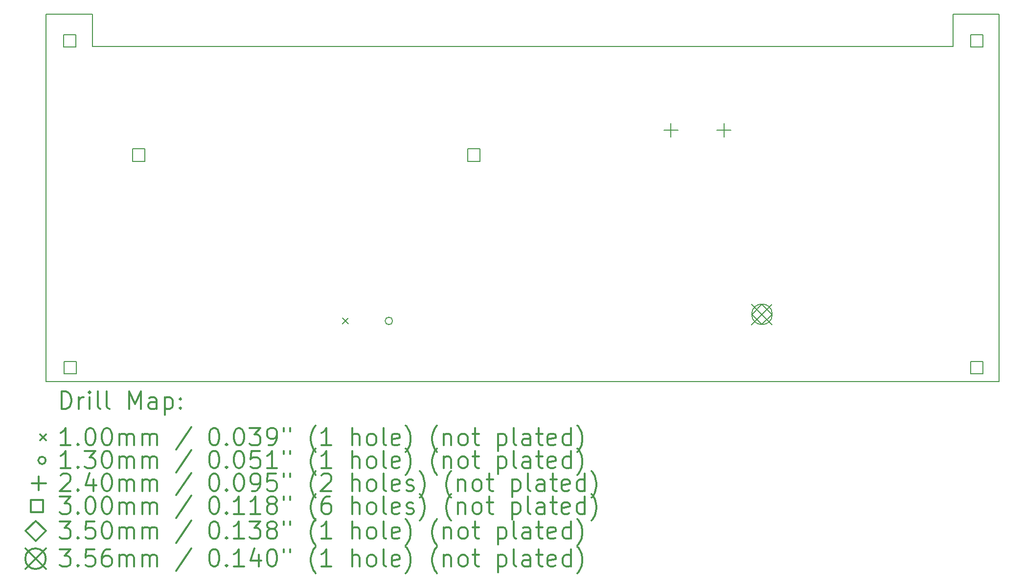
<source format=gbr>
%FSLAX45Y45*%
G04 Gerber Fmt 4.5, Leading zero omitted, Abs format (unit mm)*
G04 Created by KiCad (PCBNEW 4.0.6) date 04/10/18 12:10:36*
%MOMM*%
%LPD*%
G01*
G04 APERTURE LIST*
%ADD10C,0.127000*%
%ADD11C,0.150000*%
%ADD12C,0.200000*%
%ADD13C,0.300000*%
G04 APERTURE END LIST*
D10*
D11*
X6573600Y-9101600D02*
X23063600Y-9101600D01*
X6573600Y-9101600D02*
X7623600Y-9101600D01*
X22263600Y-2743200D02*
X23063600Y-2743200D01*
X22263600Y-2743200D02*
X22263600Y-3300000D01*
X23063600Y-2743200D02*
X23063600Y-9101600D01*
X7373600Y-3300000D02*
X7373600Y-2743200D01*
X6573600Y-2743200D02*
X7373600Y-2743200D01*
X6573600Y-2743200D02*
X6573600Y-9101600D01*
X7373600Y-3300000D02*
X22263600Y-3300000D01*
D12*
X11703100Y-8001800D02*
X11803100Y-8101800D01*
X11803100Y-8001800D02*
X11703100Y-8101800D01*
X12568100Y-8051800D02*
G75*
G03X12568100Y-8051800I-65000J0D01*
G01*
X17385284Y-4630205D02*
X17385284Y-4870235D01*
X17265269Y-4750220D02*
X17505299Y-4750220D01*
X18300446Y-4630205D02*
X18300446Y-4870235D01*
X18180431Y-4750220D02*
X18420461Y-4750220D01*
X7089667Y-3314267D02*
X7089667Y-3102133D01*
X6877533Y-3102133D01*
X6877533Y-3314267D01*
X7089667Y-3314267D01*
X7092167Y-8966767D02*
X7092167Y-8754633D01*
X6880033Y-8754633D01*
X6880033Y-8966767D01*
X7092167Y-8966767D01*
X8280467Y-5287667D02*
X8280467Y-5075533D01*
X8068333Y-5075533D01*
X8068333Y-5287667D01*
X8280467Y-5287667D01*
X14080467Y-5287667D02*
X14080467Y-5075533D01*
X13868333Y-5075533D01*
X13868333Y-5287667D01*
X14080467Y-5287667D01*
X22779667Y-3314267D02*
X22779667Y-3102133D01*
X22567533Y-3102133D01*
X22567533Y-3314267D01*
X22779667Y-3314267D01*
X22779667Y-8966767D02*
X22779667Y-8754633D01*
X22567533Y-8754633D01*
X22567533Y-8966767D01*
X22779667Y-8966767D01*
X18960000Y-8114000D02*
X19135000Y-7939000D01*
X18960000Y-7764000D01*
X18785000Y-7939000D01*
X18960000Y-8114000D01*
X18782200Y-7759700D02*
X19137800Y-8115300D01*
X19137800Y-7759700D02*
X18782200Y-8115300D01*
X19137800Y-7937500D02*
G75*
G03X19137800Y-7937500I-177800J0D01*
G01*
D13*
X6837528Y-9574814D02*
X6837528Y-9274814D01*
X6908957Y-9274814D01*
X6951814Y-9289100D01*
X6980386Y-9317672D01*
X6994671Y-9346243D01*
X7008957Y-9403386D01*
X7008957Y-9446243D01*
X6994671Y-9503386D01*
X6980386Y-9531957D01*
X6951814Y-9560529D01*
X6908957Y-9574814D01*
X6837528Y-9574814D01*
X7137528Y-9574814D02*
X7137528Y-9374814D01*
X7137528Y-9431957D02*
X7151814Y-9403386D01*
X7166100Y-9389100D01*
X7194671Y-9374814D01*
X7223243Y-9374814D01*
X7323243Y-9574814D02*
X7323243Y-9374814D01*
X7323243Y-9274814D02*
X7308957Y-9289100D01*
X7323243Y-9303386D01*
X7337528Y-9289100D01*
X7323243Y-9274814D01*
X7323243Y-9303386D01*
X7508957Y-9574814D02*
X7480386Y-9560529D01*
X7466100Y-9531957D01*
X7466100Y-9274814D01*
X7666100Y-9574814D02*
X7637528Y-9560529D01*
X7623243Y-9531957D01*
X7623243Y-9274814D01*
X8008957Y-9574814D02*
X8008957Y-9274814D01*
X8108957Y-9489100D01*
X8208957Y-9274814D01*
X8208957Y-9574814D01*
X8480386Y-9574814D02*
X8480386Y-9417672D01*
X8466100Y-9389100D01*
X8437529Y-9374814D01*
X8380386Y-9374814D01*
X8351814Y-9389100D01*
X8480386Y-9560529D02*
X8451814Y-9574814D01*
X8380386Y-9574814D01*
X8351814Y-9560529D01*
X8337528Y-9531957D01*
X8337528Y-9503386D01*
X8351814Y-9474814D01*
X8380386Y-9460529D01*
X8451814Y-9460529D01*
X8480386Y-9446243D01*
X8623243Y-9374814D02*
X8623243Y-9674814D01*
X8623243Y-9389100D02*
X8651814Y-9374814D01*
X8708957Y-9374814D01*
X8737529Y-9389100D01*
X8751814Y-9403386D01*
X8766100Y-9431957D01*
X8766100Y-9517672D01*
X8751814Y-9546243D01*
X8737529Y-9560529D01*
X8708957Y-9574814D01*
X8651814Y-9574814D01*
X8623243Y-9560529D01*
X8894671Y-9546243D02*
X8908957Y-9560529D01*
X8894671Y-9574814D01*
X8880386Y-9560529D01*
X8894671Y-9546243D01*
X8894671Y-9574814D01*
X8894671Y-9389100D02*
X8908957Y-9403386D01*
X8894671Y-9417672D01*
X8880386Y-9403386D01*
X8894671Y-9389100D01*
X8894671Y-9417672D01*
X6466100Y-10019100D02*
X6566100Y-10119100D01*
X6566100Y-10019100D02*
X6466100Y-10119100D01*
X6994671Y-10204814D02*
X6823243Y-10204814D01*
X6908957Y-10204814D02*
X6908957Y-9904814D01*
X6880386Y-9947672D01*
X6851814Y-9976243D01*
X6823243Y-9990529D01*
X7123243Y-10176243D02*
X7137528Y-10190529D01*
X7123243Y-10204814D01*
X7108957Y-10190529D01*
X7123243Y-10176243D01*
X7123243Y-10204814D01*
X7323243Y-9904814D02*
X7351814Y-9904814D01*
X7380386Y-9919100D01*
X7394671Y-9933386D01*
X7408957Y-9961957D01*
X7423243Y-10019100D01*
X7423243Y-10090529D01*
X7408957Y-10147672D01*
X7394671Y-10176243D01*
X7380386Y-10190529D01*
X7351814Y-10204814D01*
X7323243Y-10204814D01*
X7294671Y-10190529D01*
X7280386Y-10176243D01*
X7266100Y-10147672D01*
X7251814Y-10090529D01*
X7251814Y-10019100D01*
X7266100Y-9961957D01*
X7280386Y-9933386D01*
X7294671Y-9919100D01*
X7323243Y-9904814D01*
X7608957Y-9904814D02*
X7637528Y-9904814D01*
X7666100Y-9919100D01*
X7680386Y-9933386D01*
X7694671Y-9961957D01*
X7708957Y-10019100D01*
X7708957Y-10090529D01*
X7694671Y-10147672D01*
X7680386Y-10176243D01*
X7666100Y-10190529D01*
X7637528Y-10204814D01*
X7608957Y-10204814D01*
X7580386Y-10190529D01*
X7566100Y-10176243D01*
X7551814Y-10147672D01*
X7537528Y-10090529D01*
X7537528Y-10019100D01*
X7551814Y-9961957D01*
X7566100Y-9933386D01*
X7580386Y-9919100D01*
X7608957Y-9904814D01*
X7837528Y-10204814D02*
X7837528Y-10004814D01*
X7837528Y-10033386D02*
X7851814Y-10019100D01*
X7880386Y-10004814D01*
X7923243Y-10004814D01*
X7951814Y-10019100D01*
X7966100Y-10047672D01*
X7966100Y-10204814D01*
X7966100Y-10047672D02*
X7980386Y-10019100D01*
X8008957Y-10004814D01*
X8051814Y-10004814D01*
X8080386Y-10019100D01*
X8094671Y-10047672D01*
X8094671Y-10204814D01*
X8237528Y-10204814D02*
X8237528Y-10004814D01*
X8237528Y-10033386D02*
X8251814Y-10019100D01*
X8280386Y-10004814D01*
X8323243Y-10004814D01*
X8351814Y-10019100D01*
X8366100Y-10047672D01*
X8366100Y-10204814D01*
X8366100Y-10047672D02*
X8380386Y-10019100D01*
X8408957Y-10004814D01*
X8451814Y-10004814D01*
X8480386Y-10019100D01*
X8494671Y-10047672D01*
X8494671Y-10204814D01*
X9080386Y-9890529D02*
X8823243Y-10276243D01*
X9466100Y-9904814D02*
X9494671Y-9904814D01*
X9523243Y-9919100D01*
X9537528Y-9933386D01*
X9551814Y-9961957D01*
X9566100Y-10019100D01*
X9566100Y-10090529D01*
X9551814Y-10147672D01*
X9537528Y-10176243D01*
X9523243Y-10190529D01*
X9494671Y-10204814D01*
X9466100Y-10204814D01*
X9437528Y-10190529D01*
X9423243Y-10176243D01*
X9408957Y-10147672D01*
X9394671Y-10090529D01*
X9394671Y-10019100D01*
X9408957Y-9961957D01*
X9423243Y-9933386D01*
X9437528Y-9919100D01*
X9466100Y-9904814D01*
X9694671Y-10176243D02*
X9708957Y-10190529D01*
X9694671Y-10204814D01*
X9680386Y-10190529D01*
X9694671Y-10176243D01*
X9694671Y-10204814D01*
X9894671Y-9904814D02*
X9923243Y-9904814D01*
X9951814Y-9919100D01*
X9966100Y-9933386D01*
X9980386Y-9961957D01*
X9994671Y-10019100D01*
X9994671Y-10090529D01*
X9980386Y-10147672D01*
X9966100Y-10176243D01*
X9951814Y-10190529D01*
X9923243Y-10204814D01*
X9894671Y-10204814D01*
X9866100Y-10190529D01*
X9851814Y-10176243D01*
X9837528Y-10147672D01*
X9823243Y-10090529D01*
X9823243Y-10019100D01*
X9837528Y-9961957D01*
X9851814Y-9933386D01*
X9866100Y-9919100D01*
X9894671Y-9904814D01*
X10094671Y-9904814D02*
X10280386Y-9904814D01*
X10180386Y-10019100D01*
X10223243Y-10019100D01*
X10251814Y-10033386D01*
X10266100Y-10047672D01*
X10280386Y-10076243D01*
X10280386Y-10147672D01*
X10266100Y-10176243D01*
X10251814Y-10190529D01*
X10223243Y-10204814D01*
X10137528Y-10204814D01*
X10108957Y-10190529D01*
X10094671Y-10176243D01*
X10423243Y-10204814D02*
X10480386Y-10204814D01*
X10508957Y-10190529D01*
X10523243Y-10176243D01*
X10551814Y-10133386D01*
X10566100Y-10076243D01*
X10566100Y-9961957D01*
X10551814Y-9933386D01*
X10537528Y-9919100D01*
X10508957Y-9904814D01*
X10451814Y-9904814D01*
X10423243Y-9919100D01*
X10408957Y-9933386D01*
X10394671Y-9961957D01*
X10394671Y-10033386D01*
X10408957Y-10061957D01*
X10423243Y-10076243D01*
X10451814Y-10090529D01*
X10508957Y-10090529D01*
X10537528Y-10076243D01*
X10551814Y-10061957D01*
X10566100Y-10033386D01*
X10680386Y-9904814D02*
X10680386Y-9961957D01*
X10794671Y-9904814D02*
X10794671Y-9961957D01*
X11237528Y-10319100D02*
X11223243Y-10304814D01*
X11194671Y-10261957D01*
X11180386Y-10233386D01*
X11166100Y-10190529D01*
X11151814Y-10119100D01*
X11151814Y-10061957D01*
X11166100Y-9990529D01*
X11180386Y-9947672D01*
X11194671Y-9919100D01*
X11223243Y-9876243D01*
X11237528Y-9861957D01*
X11508957Y-10204814D02*
X11337528Y-10204814D01*
X11423243Y-10204814D02*
X11423243Y-9904814D01*
X11394671Y-9947672D01*
X11366100Y-9976243D01*
X11337528Y-9990529D01*
X11866100Y-10204814D02*
X11866100Y-9904814D01*
X11994671Y-10204814D02*
X11994671Y-10047672D01*
X11980385Y-10019100D01*
X11951814Y-10004814D01*
X11908957Y-10004814D01*
X11880385Y-10019100D01*
X11866100Y-10033386D01*
X12180385Y-10204814D02*
X12151814Y-10190529D01*
X12137528Y-10176243D01*
X12123243Y-10147672D01*
X12123243Y-10061957D01*
X12137528Y-10033386D01*
X12151814Y-10019100D01*
X12180385Y-10004814D01*
X12223243Y-10004814D01*
X12251814Y-10019100D01*
X12266100Y-10033386D01*
X12280385Y-10061957D01*
X12280385Y-10147672D01*
X12266100Y-10176243D01*
X12251814Y-10190529D01*
X12223243Y-10204814D01*
X12180385Y-10204814D01*
X12451814Y-10204814D02*
X12423243Y-10190529D01*
X12408957Y-10161957D01*
X12408957Y-9904814D01*
X12680386Y-10190529D02*
X12651814Y-10204814D01*
X12594671Y-10204814D01*
X12566100Y-10190529D01*
X12551814Y-10161957D01*
X12551814Y-10047672D01*
X12566100Y-10019100D01*
X12594671Y-10004814D01*
X12651814Y-10004814D01*
X12680386Y-10019100D01*
X12694671Y-10047672D01*
X12694671Y-10076243D01*
X12551814Y-10104814D01*
X12794671Y-10319100D02*
X12808957Y-10304814D01*
X12837528Y-10261957D01*
X12851814Y-10233386D01*
X12866100Y-10190529D01*
X12880386Y-10119100D01*
X12880386Y-10061957D01*
X12866100Y-9990529D01*
X12851814Y-9947672D01*
X12837528Y-9919100D01*
X12808957Y-9876243D01*
X12794671Y-9861957D01*
X13337528Y-10319100D02*
X13323243Y-10304814D01*
X13294671Y-10261957D01*
X13280386Y-10233386D01*
X13266100Y-10190529D01*
X13251814Y-10119100D01*
X13251814Y-10061957D01*
X13266100Y-9990529D01*
X13280386Y-9947672D01*
X13294671Y-9919100D01*
X13323243Y-9876243D01*
X13337528Y-9861957D01*
X13451814Y-10004814D02*
X13451814Y-10204814D01*
X13451814Y-10033386D02*
X13466100Y-10019100D01*
X13494671Y-10004814D01*
X13537528Y-10004814D01*
X13566100Y-10019100D01*
X13580386Y-10047672D01*
X13580386Y-10204814D01*
X13766100Y-10204814D02*
X13737528Y-10190529D01*
X13723243Y-10176243D01*
X13708957Y-10147672D01*
X13708957Y-10061957D01*
X13723243Y-10033386D01*
X13737528Y-10019100D01*
X13766100Y-10004814D01*
X13808957Y-10004814D01*
X13837528Y-10019100D01*
X13851814Y-10033386D01*
X13866100Y-10061957D01*
X13866100Y-10147672D01*
X13851814Y-10176243D01*
X13837528Y-10190529D01*
X13808957Y-10204814D01*
X13766100Y-10204814D01*
X13951814Y-10004814D02*
X14066100Y-10004814D01*
X13994671Y-9904814D02*
X13994671Y-10161957D01*
X14008957Y-10190529D01*
X14037528Y-10204814D01*
X14066100Y-10204814D01*
X14394671Y-10004814D02*
X14394671Y-10304814D01*
X14394671Y-10019100D02*
X14423243Y-10004814D01*
X14480386Y-10004814D01*
X14508957Y-10019100D01*
X14523243Y-10033386D01*
X14537528Y-10061957D01*
X14537528Y-10147672D01*
X14523243Y-10176243D01*
X14508957Y-10190529D01*
X14480386Y-10204814D01*
X14423243Y-10204814D01*
X14394671Y-10190529D01*
X14708957Y-10204814D02*
X14680386Y-10190529D01*
X14666100Y-10161957D01*
X14666100Y-9904814D01*
X14951814Y-10204814D02*
X14951814Y-10047672D01*
X14937529Y-10019100D01*
X14908957Y-10004814D01*
X14851814Y-10004814D01*
X14823243Y-10019100D01*
X14951814Y-10190529D02*
X14923243Y-10204814D01*
X14851814Y-10204814D01*
X14823243Y-10190529D01*
X14808957Y-10161957D01*
X14808957Y-10133386D01*
X14823243Y-10104814D01*
X14851814Y-10090529D01*
X14923243Y-10090529D01*
X14951814Y-10076243D01*
X15051814Y-10004814D02*
X15166100Y-10004814D01*
X15094671Y-9904814D02*
X15094671Y-10161957D01*
X15108957Y-10190529D01*
X15137529Y-10204814D01*
X15166100Y-10204814D01*
X15380386Y-10190529D02*
X15351814Y-10204814D01*
X15294671Y-10204814D01*
X15266100Y-10190529D01*
X15251814Y-10161957D01*
X15251814Y-10047672D01*
X15266100Y-10019100D01*
X15294671Y-10004814D01*
X15351814Y-10004814D01*
X15380386Y-10019100D01*
X15394671Y-10047672D01*
X15394671Y-10076243D01*
X15251814Y-10104814D01*
X15651814Y-10204814D02*
X15651814Y-9904814D01*
X15651814Y-10190529D02*
X15623243Y-10204814D01*
X15566100Y-10204814D01*
X15537529Y-10190529D01*
X15523243Y-10176243D01*
X15508957Y-10147672D01*
X15508957Y-10061957D01*
X15523243Y-10033386D01*
X15537529Y-10019100D01*
X15566100Y-10004814D01*
X15623243Y-10004814D01*
X15651814Y-10019100D01*
X15766100Y-10319100D02*
X15780386Y-10304814D01*
X15808957Y-10261957D01*
X15823243Y-10233386D01*
X15837529Y-10190529D01*
X15851814Y-10119100D01*
X15851814Y-10061957D01*
X15837529Y-9990529D01*
X15823243Y-9947672D01*
X15808957Y-9919100D01*
X15780386Y-9876243D01*
X15766100Y-9861957D01*
X6566100Y-10465100D02*
G75*
G03X6566100Y-10465100I-65000J0D01*
G01*
X6994671Y-10600814D02*
X6823243Y-10600814D01*
X6908957Y-10600814D02*
X6908957Y-10300814D01*
X6880386Y-10343672D01*
X6851814Y-10372243D01*
X6823243Y-10386529D01*
X7123243Y-10572243D02*
X7137528Y-10586529D01*
X7123243Y-10600814D01*
X7108957Y-10586529D01*
X7123243Y-10572243D01*
X7123243Y-10600814D01*
X7237528Y-10300814D02*
X7423243Y-10300814D01*
X7323243Y-10415100D01*
X7366100Y-10415100D01*
X7394671Y-10429386D01*
X7408957Y-10443672D01*
X7423243Y-10472243D01*
X7423243Y-10543672D01*
X7408957Y-10572243D01*
X7394671Y-10586529D01*
X7366100Y-10600814D01*
X7280386Y-10600814D01*
X7251814Y-10586529D01*
X7237528Y-10572243D01*
X7608957Y-10300814D02*
X7637528Y-10300814D01*
X7666100Y-10315100D01*
X7680386Y-10329386D01*
X7694671Y-10357957D01*
X7708957Y-10415100D01*
X7708957Y-10486529D01*
X7694671Y-10543672D01*
X7680386Y-10572243D01*
X7666100Y-10586529D01*
X7637528Y-10600814D01*
X7608957Y-10600814D01*
X7580386Y-10586529D01*
X7566100Y-10572243D01*
X7551814Y-10543672D01*
X7537528Y-10486529D01*
X7537528Y-10415100D01*
X7551814Y-10357957D01*
X7566100Y-10329386D01*
X7580386Y-10315100D01*
X7608957Y-10300814D01*
X7837528Y-10600814D02*
X7837528Y-10400814D01*
X7837528Y-10429386D02*
X7851814Y-10415100D01*
X7880386Y-10400814D01*
X7923243Y-10400814D01*
X7951814Y-10415100D01*
X7966100Y-10443672D01*
X7966100Y-10600814D01*
X7966100Y-10443672D02*
X7980386Y-10415100D01*
X8008957Y-10400814D01*
X8051814Y-10400814D01*
X8080386Y-10415100D01*
X8094671Y-10443672D01*
X8094671Y-10600814D01*
X8237528Y-10600814D02*
X8237528Y-10400814D01*
X8237528Y-10429386D02*
X8251814Y-10415100D01*
X8280386Y-10400814D01*
X8323243Y-10400814D01*
X8351814Y-10415100D01*
X8366100Y-10443672D01*
X8366100Y-10600814D01*
X8366100Y-10443672D02*
X8380386Y-10415100D01*
X8408957Y-10400814D01*
X8451814Y-10400814D01*
X8480386Y-10415100D01*
X8494671Y-10443672D01*
X8494671Y-10600814D01*
X9080386Y-10286529D02*
X8823243Y-10672243D01*
X9466100Y-10300814D02*
X9494671Y-10300814D01*
X9523243Y-10315100D01*
X9537528Y-10329386D01*
X9551814Y-10357957D01*
X9566100Y-10415100D01*
X9566100Y-10486529D01*
X9551814Y-10543672D01*
X9537528Y-10572243D01*
X9523243Y-10586529D01*
X9494671Y-10600814D01*
X9466100Y-10600814D01*
X9437528Y-10586529D01*
X9423243Y-10572243D01*
X9408957Y-10543672D01*
X9394671Y-10486529D01*
X9394671Y-10415100D01*
X9408957Y-10357957D01*
X9423243Y-10329386D01*
X9437528Y-10315100D01*
X9466100Y-10300814D01*
X9694671Y-10572243D02*
X9708957Y-10586529D01*
X9694671Y-10600814D01*
X9680386Y-10586529D01*
X9694671Y-10572243D01*
X9694671Y-10600814D01*
X9894671Y-10300814D02*
X9923243Y-10300814D01*
X9951814Y-10315100D01*
X9966100Y-10329386D01*
X9980386Y-10357957D01*
X9994671Y-10415100D01*
X9994671Y-10486529D01*
X9980386Y-10543672D01*
X9966100Y-10572243D01*
X9951814Y-10586529D01*
X9923243Y-10600814D01*
X9894671Y-10600814D01*
X9866100Y-10586529D01*
X9851814Y-10572243D01*
X9837528Y-10543672D01*
X9823243Y-10486529D01*
X9823243Y-10415100D01*
X9837528Y-10357957D01*
X9851814Y-10329386D01*
X9866100Y-10315100D01*
X9894671Y-10300814D01*
X10266100Y-10300814D02*
X10123243Y-10300814D01*
X10108957Y-10443672D01*
X10123243Y-10429386D01*
X10151814Y-10415100D01*
X10223243Y-10415100D01*
X10251814Y-10429386D01*
X10266100Y-10443672D01*
X10280386Y-10472243D01*
X10280386Y-10543672D01*
X10266100Y-10572243D01*
X10251814Y-10586529D01*
X10223243Y-10600814D01*
X10151814Y-10600814D01*
X10123243Y-10586529D01*
X10108957Y-10572243D01*
X10566100Y-10600814D02*
X10394671Y-10600814D01*
X10480386Y-10600814D02*
X10480386Y-10300814D01*
X10451814Y-10343672D01*
X10423243Y-10372243D01*
X10394671Y-10386529D01*
X10680386Y-10300814D02*
X10680386Y-10357957D01*
X10794671Y-10300814D02*
X10794671Y-10357957D01*
X11237528Y-10715100D02*
X11223243Y-10700814D01*
X11194671Y-10657957D01*
X11180386Y-10629386D01*
X11166100Y-10586529D01*
X11151814Y-10515100D01*
X11151814Y-10457957D01*
X11166100Y-10386529D01*
X11180386Y-10343672D01*
X11194671Y-10315100D01*
X11223243Y-10272243D01*
X11237528Y-10257957D01*
X11508957Y-10600814D02*
X11337528Y-10600814D01*
X11423243Y-10600814D02*
X11423243Y-10300814D01*
X11394671Y-10343672D01*
X11366100Y-10372243D01*
X11337528Y-10386529D01*
X11866100Y-10600814D02*
X11866100Y-10300814D01*
X11994671Y-10600814D02*
X11994671Y-10443672D01*
X11980385Y-10415100D01*
X11951814Y-10400814D01*
X11908957Y-10400814D01*
X11880385Y-10415100D01*
X11866100Y-10429386D01*
X12180385Y-10600814D02*
X12151814Y-10586529D01*
X12137528Y-10572243D01*
X12123243Y-10543672D01*
X12123243Y-10457957D01*
X12137528Y-10429386D01*
X12151814Y-10415100D01*
X12180385Y-10400814D01*
X12223243Y-10400814D01*
X12251814Y-10415100D01*
X12266100Y-10429386D01*
X12280385Y-10457957D01*
X12280385Y-10543672D01*
X12266100Y-10572243D01*
X12251814Y-10586529D01*
X12223243Y-10600814D01*
X12180385Y-10600814D01*
X12451814Y-10600814D02*
X12423243Y-10586529D01*
X12408957Y-10557957D01*
X12408957Y-10300814D01*
X12680386Y-10586529D02*
X12651814Y-10600814D01*
X12594671Y-10600814D01*
X12566100Y-10586529D01*
X12551814Y-10557957D01*
X12551814Y-10443672D01*
X12566100Y-10415100D01*
X12594671Y-10400814D01*
X12651814Y-10400814D01*
X12680386Y-10415100D01*
X12694671Y-10443672D01*
X12694671Y-10472243D01*
X12551814Y-10500814D01*
X12794671Y-10715100D02*
X12808957Y-10700814D01*
X12837528Y-10657957D01*
X12851814Y-10629386D01*
X12866100Y-10586529D01*
X12880386Y-10515100D01*
X12880386Y-10457957D01*
X12866100Y-10386529D01*
X12851814Y-10343672D01*
X12837528Y-10315100D01*
X12808957Y-10272243D01*
X12794671Y-10257957D01*
X13337528Y-10715100D02*
X13323243Y-10700814D01*
X13294671Y-10657957D01*
X13280386Y-10629386D01*
X13266100Y-10586529D01*
X13251814Y-10515100D01*
X13251814Y-10457957D01*
X13266100Y-10386529D01*
X13280386Y-10343672D01*
X13294671Y-10315100D01*
X13323243Y-10272243D01*
X13337528Y-10257957D01*
X13451814Y-10400814D02*
X13451814Y-10600814D01*
X13451814Y-10429386D02*
X13466100Y-10415100D01*
X13494671Y-10400814D01*
X13537528Y-10400814D01*
X13566100Y-10415100D01*
X13580386Y-10443672D01*
X13580386Y-10600814D01*
X13766100Y-10600814D02*
X13737528Y-10586529D01*
X13723243Y-10572243D01*
X13708957Y-10543672D01*
X13708957Y-10457957D01*
X13723243Y-10429386D01*
X13737528Y-10415100D01*
X13766100Y-10400814D01*
X13808957Y-10400814D01*
X13837528Y-10415100D01*
X13851814Y-10429386D01*
X13866100Y-10457957D01*
X13866100Y-10543672D01*
X13851814Y-10572243D01*
X13837528Y-10586529D01*
X13808957Y-10600814D01*
X13766100Y-10600814D01*
X13951814Y-10400814D02*
X14066100Y-10400814D01*
X13994671Y-10300814D02*
X13994671Y-10557957D01*
X14008957Y-10586529D01*
X14037528Y-10600814D01*
X14066100Y-10600814D01*
X14394671Y-10400814D02*
X14394671Y-10700814D01*
X14394671Y-10415100D02*
X14423243Y-10400814D01*
X14480386Y-10400814D01*
X14508957Y-10415100D01*
X14523243Y-10429386D01*
X14537528Y-10457957D01*
X14537528Y-10543672D01*
X14523243Y-10572243D01*
X14508957Y-10586529D01*
X14480386Y-10600814D01*
X14423243Y-10600814D01*
X14394671Y-10586529D01*
X14708957Y-10600814D02*
X14680386Y-10586529D01*
X14666100Y-10557957D01*
X14666100Y-10300814D01*
X14951814Y-10600814D02*
X14951814Y-10443672D01*
X14937529Y-10415100D01*
X14908957Y-10400814D01*
X14851814Y-10400814D01*
X14823243Y-10415100D01*
X14951814Y-10586529D02*
X14923243Y-10600814D01*
X14851814Y-10600814D01*
X14823243Y-10586529D01*
X14808957Y-10557957D01*
X14808957Y-10529386D01*
X14823243Y-10500814D01*
X14851814Y-10486529D01*
X14923243Y-10486529D01*
X14951814Y-10472243D01*
X15051814Y-10400814D02*
X15166100Y-10400814D01*
X15094671Y-10300814D02*
X15094671Y-10557957D01*
X15108957Y-10586529D01*
X15137529Y-10600814D01*
X15166100Y-10600814D01*
X15380386Y-10586529D02*
X15351814Y-10600814D01*
X15294671Y-10600814D01*
X15266100Y-10586529D01*
X15251814Y-10557957D01*
X15251814Y-10443672D01*
X15266100Y-10415100D01*
X15294671Y-10400814D01*
X15351814Y-10400814D01*
X15380386Y-10415100D01*
X15394671Y-10443672D01*
X15394671Y-10472243D01*
X15251814Y-10500814D01*
X15651814Y-10600814D02*
X15651814Y-10300814D01*
X15651814Y-10586529D02*
X15623243Y-10600814D01*
X15566100Y-10600814D01*
X15537529Y-10586529D01*
X15523243Y-10572243D01*
X15508957Y-10543672D01*
X15508957Y-10457957D01*
X15523243Y-10429386D01*
X15537529Y-10415100D01*
X15566100Y-10400814D01*
X15623243Y-10400814D01*
X15651814Y-10415100D01*
X15766100Y-10715100D02*
X15780386Y-10700814D01*
X15808957Y-10657957D01*
X15823243Y-10629386D01*
X15837529Y-10586529D01*
X15851814Y-10515100D01*
X15851814Y-10457957D01*
X15837529Y-10386529D01*
X15823243Y-10343672D01*
X15808957Y-10315100D01*
X15780386Y-10272243D01*
X15766100Y-10257957D01*
X6446085Y-10741085D02*
X6446085Y-10981115D01*
X6326070Y-10861100D02*
X6566100Y-10861100D01*
X6823243Y-10725386D02*
X6837528Y-10711100D01*
X6866100Y-10696814D01*
X6937528Y-10696814D01*
X6966100Y-10711100D01*
X6980386Y-10725386D01*
X6994671Y-10753957D01*
X6994671Y-10782529D01*
X6980386Y-10825386D01*
X6808957Y-10996814D01*
X6994671Y-10996814D01*
X7123243Y-10968243D02*
X7137528Y-10982529D01*
X7123243Y-10996814D01*
X7108957Y-10982529D01*
X7123243Y-10968243D01*
X7123243Y-10996814D01*
X7394671Y-10796814D02*
X7394671Y-10996814D01*
X7323243Y-10682529D02*
X7251814Y-10896814D01*
X7437528Y-10896814D01*
X7608957Y-10696814D02*
X7637528Y-10696814D01*
X7666100Y-10711100D01*
X7680386Y-10725386D01*
X7694671Y-10753957D01*
X7708957Y-10811100D01*
X7708957Y-10882529D01*
X7694671Y-10939672D01*
X7680386Y-10968243D01*
X7666100Y-10982529D01*
X7637528Y-10996814D01*
X7608957Y-10996814D01*
X7580386Y-10982529D01*
X7566100Y-10968243D01*
X7551814Y-10939672D01*
X7537528Y-10882529D01*
X7537528Y-10811100D01*
X7551814Y-10753957D01*
X7566100Y-10725386D01*
X7580386Y-10711100D01*
X7608957Y-10696814D01*
X7837528Y-10996814D02*
X7837528Y-10796814D01*
X7837528Y-10825386D02*
X7851814Y-10811100D01*
X7880386Y-10796814D01*
X7923243Y-10796814D01*
X7951814Y-10811100D01*
X7966100Y-10839672D01*
X7966100Y-10996814D01*
X7966100Y-10839672D02*
X7980386Y-10811100D01*
X8008957Y-10796814D01*
X8051814Y-10796814D01*
X8080386Y-10811100D01*
X8094671Y-10839672D01*
X8094671Y-10996814D01*
X8237528Y-10996814D02*
X8237528Y-10796814D01*
X8237528Y-10825386D02*
X8251814Y-10811100D01*
X8280386Y-10796814D01*
X8323243Y-10796814D01*
X8351814Y-10811100D01*
X8366100Y-10839672D01*
X8366100Y-10996814D01*
X8366100Y-10839672D02*
X8380386Y-10811100D01*
X8408957Y-10796814D01*
X8451814Y-10796814D01*
X8480386Y-10811100D01*
X8494671Y-10839672D01*
X8494671Y-10996814D01*
X9080386Y-10682529D02*
X8823243Y-11068243D01*
X9466100Y-10696814D02*
X9494671Y-10696814D01*
X9523243Y-10711100D01*
X9537528Y-10725386D01*
X9551814Y-10753957D01*
X9566100Y-10811100D01*
X9566100Y-10882529D01*
X9551814Y-10939672D01*
X9537528Y-10968243D01*
X9523243Y-10982529D01*
X9494671Y-10996814D01*
X9466100Y-10996814D01*
X9437528Y-10982529D01*
X9423243Y-10968243D01*
X9408957Y-10939672D01*
X9394671Y-10882529D01*
X9394671Y-10811100D01*
X9408957Y-10753957D01*
X9423243Y-10725386D01*
X9437528Y-10711100D01*
X9466100Y-10696814D01*
X9694671Y-10968243D02*
X9708957Y-10982529D01*
X9694671Y-10996814D01*
X9680386Y-10982529D01*
X9694671Y-10968243D01*
X9694671Y-10996814D01*
X9894671Y-10696814D02*
X9923243Y-10696814D01*
X9951814Y-10711100D01*
X9966100Y-10725386D01*
X9980386Y-10753957D01*
X9994671Y-10811100D01*
X9994671Y-10882529D01*
X9980386Y-10939672D01*
X9966100Y-10968243D01*
X9951814Y-10982529D01*
X9923243Y-10996814D01*
X9894671Y-10996814D01*
X9866100Y-10982529D01*
X9851814Y-10968243D01*
X9837528Y-10939672D01*
X9823243Y-10882529D01*
X9823243Y-10811100D01*
X9837528Y-10753957D01*
X9851814Y-10725386D01*
X9866100Y-10711100D01*
X9894671Y-10696814D01*
X10137528Y-10996814D02*
X10194671Y-10996814D01*
X10223243Y-10982529D01*
X10237528Y-10968243D01*
X10266100Y-10925386D01*
X10280386Y-10868243D01*
X10280386Y-10753957D01*
X10266100Y-10725386D01*
X10251814Y-10711100D01*
X10223243Y-10696814D01*
X10166100Y-10696814D01*
X10137528Y-10711100D01*
X10123243Y-10725386D01*
X10108957Y-10753957D01*
X10108957Y-10825386D01*
X10123243Y-10853957D01*
X10137528Y-10868243D01*
X10166100Y-10882529D01*
X10223243Y-10882529D01*
X10251814Y-10868243D01*
X10266100Y-10853957D01*
X10280386Y-10825386D01*
X10551814Y-10696814D02*
X10408957Y-10696814D01*
X10394671Y-10839672D01*
X10408957Y-10825386D01*
X10437528Y-10811100D01*
X10508957Y-10811100D01*
X10537528Y-10825386D01*
X10551814Y-10839672D01*
X10566100Y-10868243D01*
X10566100Y-10939672D01*
X10551814Y-10968243D01*
X10537528Y-10982529D01*
X10508957Y-10996814D01*
X10437528Y-10996814D01*
X10408957Y-10982529D01*
X10394671Y-10968243D01*
X10680386Y-10696814D02*
X10680386Y-10753957D01*
X10794671Y-10696814D02*
X10794671Y-10753957D01*
X11237528Y-11111100D02*
X11223243Y-11096814D01*
X11194671Y-11053957D01*
X11180386Y-11025386D01*
X11166100Y-10982529D01*
X11151814Y-10911100D01*
X11151814Y-10853957D01*
X11166100Y-10782529D01*
X11180386Y-10739672D01*
X11194671Y-10711100D01*
X11223243Y-10668243D01*
X11237528Y-10653957D01*
X11337528Y-10725386D02*
X11351814Y-10711100D01*
X11380385Y-10696814D01*
X11451814Y-10696814D01*
X11480385Y-10711100D01*
X11494671Y-10725386D01*
X11508957Y-10753957D01*
X11508957Y-10782529D01*
X11494671Y-10825386D01*
X11323243Y-10996814D01*
X11508957Y-10996814D01*
X11866100Y-10996814D02*
X11866100Y-10696814D01*
X11994671Y-10996814D02*
X11994671Y-10839672D01*
X11980385Y-10811100D01*
X11951814Y-10796814D01*
X11908957Y-10796814D01*
X11880385Y-10811100D01*
X11866100Y-10825386D01*
X12180385Y-10996814D02*
X12151814Y-10982529D01*
X12137528Y-10968243D01*
X12123243Y-10939672D01*
X12123243Y-10853957D01*
X12137528Y-10825386D01*
X12151814Y-10811100D01*
X12180385Y-10796814D01*
X12223243Y-10796814D01*
X12251814Y-10811100D01*
X12266100Y-10825386D01*
X12280385Y-10853957D01*
X12280385Y-10939672D01*
X12266100Y-10968243D01*
X12251814Y-10982529D01*
X12223243Y-10996814D01*
X12180385Y-10996814D01*
X12451814Y-10996814D02*
X12423243Y-10982529D01*
X12408957Y-10953957D01*
X12408957Y-10696814D01*
X12680386Y-10982529D02*
X12651814Y-10996814D01*
X12594671Y-10996814D01*
X12566100Y-10982529D01*
X12551814Y-10953957D01*
X12551814Y-10839672D01*
X12566100Y-10811100D01*
X12594671Y-10796814D01*
X12651814Y-10796814D01*
X12680386Y-10811100D01*
X12694671Y-10839672D01*
X12694671Y-10868243D01*
X12551814Y-10896814D01*
X12808957Y-10982529D02*
X12837528Y-10996814D01*
X12894671Y-10996814D01*
X12923243Y-10982529D01*
X12937528Y-10953957D01*
X12937528Y-10939672D01*
X12923243Y-10911100D01*
X12894671Y-10896814D01*
X12851814Y-10896814D01*
X12823243Y-10882529D01*
X12808957Y-10853957D01*
X12808957Y-10839672D01*
X12823243Y-10811100D01*
X12851814Y-10796814D01*
X12894671Y-10796814D01*
X12923243Y-10811100D01*
X13037528Y-11111100D02*
X13051814Y-11096814D01*
X13080386Y-11053957D01*
X13094671Y-11025386D01*
X13108957Y-10982529D01*
X13123243Y-10911100D01*
X13123243Y-10853957D01*
X13108957Y-10782529D01*
X13094671Y-10739672D01*
X13080386Y-10711100D01*
X13051814Y-10668243D01*
X13037528Y-10653957D01*
X13580386Y-11111100D02*
X13566100Y-11096814D01*
X13537528Y-11053957D01*
X13523243Y-11025386D01*
X13508957Y-10982529D01*
X13494671Y-10911100D01*
X13494671Y-10853957D01*
X13508957Y-10782529D01*
X13523243Y-10739672D01*
X13537528Y-10711100D01*
X13566100Y-10668243D01*
X13580386Y-10653957D01*
X13694671Y-10796814D02*
X13694671Y-10996814D01*
X13694671Y-10825386D02*
X13708957Y-10811100D01*
X13737528Y-10796814D01*
X13780386Y-10796814D01*
X13808957Y-10811100D01*
X13823243Y-10839672D01*
X13823243Y-10996814D01*
X14008957Y-10996814D02*
X13980386Y-10982529D01*
X13966100Y-10968243D01*
X13951814Y-10939672D01*
X13951814Y-10853957D01*
X13966100Y-10825386D01*
X13980386Y-10811100D01*
X14008957Y-10796814D01*
X14051814Y-10796814D01*
X14080386Y-10811100D01*
X14094671Y-10825386D01*
X14108957Y-10853957D01*
X14108957Y-10939672D01*
X14094671Y-10968243D01*
X14080386Y-10982529D01*
X14051814Y-10996814D01*
X14008957Y-10996814D01*
X14194671Y-10796814D02*
X14308957Y-10796814D01*
X14237528Y-10696814D02*
X14237528Y-10953957D01*
X14251814Y-10982529D01*
X14280386Y-10996814D01*
X14308957Y-10996814D01*
X14637528Y-10796814D02*
X14637528Y-11096814D01*
X14637528Y-10811100D02*
X14666100Y-10796814D01*
X14723243Y-10796814D01*
X14751814Y-10811100D01*
X14766100Y-10825386D01*
X14780386Y-10853957D01*
X14780386Y-10939672D01*
X14766100Y-10968243D01*
X14751814Y-10982529D01*
X14723243Y-10996814D01*
X14666100Y-10996814D01*
X14637528Y-10982529D01*
X14951814Y-10996814D02*
X14923243Y-10982529D01*
X14908957Y-10953957D01*
X14908957Y-10696814D01*
X15194671Y-10996814D02*
X15194671Y-10839672D01*
X15180386Y-10811100D01*
X15151814Y-10796814D01*
X15094671Y-10796814D01*
X15066100Y-10811100D01*
X15194671Y-10982529D02*
X15166100Y-10996814D01*
X15094671Y-10996814D01*
X15066100Y-10982529D01*
X15051814Y-10953957D01*
X15051814Y-10925386D01*
X15066100Y-10896814D01*
X15094671Y-10882529D01*
X15166100Y-10882529D01*
X15194671Y-10868243D01*
X15294671Y-10796814D02*
X15408957Y-10796814D01*
X15337529Y-10696814D02*
X15337529Y-10953957D01*
X15351814Y-10982529D01*
X15380386Y-10996814D01*
X15408957Y-10996814D01*
X15623243Y-10982529D02*
X15594671Y-10996814D01*
X15537529Y-10996814D01*
X15508957Y-10982529D01*
X15494671Y-10953957D01*
X15494671Y-10839672D01*
X15508957Y-10811100D01*
X15537529Y-10796814D01*
X15594671Y-10796814D01*
X15623243Y-10811100D01*
X15637529Y-10839672D01*
X15637529Y-10868243D01*
X15494671Y-10896814D01*
X15894671Y-10996814D02*
X15894671Y-10696814D01*
X15894671Y-10982529D02*
X15866100Y-10996814D01*
X15808957Y-10996814D01*
X15780386Y-10982529D01*
X15766100Y-10968243D01*
X15751814Y-10939672D01*
X15751814Y-10853957D01*
X15766100Y-10825386D01*
X15780386Y-10811100D01*
X15808957Y-10796814D01*
X15866100Y-10796814D01*
X15894671Y-10811100D01*
X16008957Y-11111100D02*
X16023243Y-11096814D01*
X16051814Y-11053957D01*
X16066100Y-11025386D01*
X16080386Y-10982529D01*
X16094671Y-10911100D01*
X16094671Y-10853957D01*
X16080386Y-10782529D01*
X16066100Y-10739672D01*
X16051814Y-10711100D01*
X16023243Y-10668243D01*
X16008957Y-10653957D01*
X6522167Y-11363167D02*
X6522167Y-11151033D01*
X6310033Y-11151033D01*
X6310033Y-11363167D01*
X6522167Y-11363167D01*
X6808957Y-11092814D02*
X6994671Y-11092814D01*
X6894671Y-11207100D01*
X6937528Y-11207100D01*
X6966100Y-11221386D01*
X6980386Y-11235671D01*
X6994671Y-11264243D01*
X6994671Y-11335671D01*
X6980386Y-11364243D01*
X6966100Y-11378529D01*
X6937528Y-11392814D01*
X6851814Y-11392814D01*
X6823243Y-11378529D01*
X6808957Y-11364243D01*
X7123243Y-11364243D02*
X7137528Y-11378529D01*
X7123243Y-11392814D01*
X7108957Y-11378529D01*
X7123243Y-11364243D01*
X7123243Y-11392814D01*
X7323243Y-11092814D02*
X7351814Y-11092814D01*
X7380386Y-11107100D01*
X7394671Y-11121386D01*
X7408957Y-11149957D01*
X7423243Y-11207100D01*
X7423243Y-11278529D01*
X7408957Y-11335671D01*
X7394671Y-11364243D01*
X7380386Y-11378529D01*
X7351814Y-11392814D01*
X7323243Y-11392814D01*
X7294671Y-11378529D01*
X7280386Y-11364243D01*
X7266100Y-11335671D01*
X7251814Y-11278529D01*
X7251814Y-11207100D01*
X7266100Y-11149957D01*
X7280386Y-11121386D01*
X7294671Y-11107100D01*
X7323243Y-11092814D01*
X7608957Y-11092814D02*
X7637528Y-11092814D01*
X7666100Y-11107100D01*
X7680386Y-11121386D01*
X7694671Y-11149957D01*
X7708957Y-11207100D01*
X7708957Y-11278529D01*
X7694671Y-11335671D01*
X7680386Y-11364243D01*
X7666100Y-11378529D01*
X7637528Y-11392814D01*
X7608957Y-11392814D01*
X7580386Y-11378529D01*
X7566100Y-11364243D01*
X7551814Y-11335671D01*
X7537528Y-11278529D01*
X7537528Y-11207100D01*
X7551814Y-11149957D01*
X7566100Y-11121386D01*
X7580386Y-11107100D01*
X7608957Y-11092814D01*
X7837528Y-11392814D02*
X7837528Y-11192814D01*
X7837528Y-11221386D02*
X7851814Y-11207100D01*
X7880386Y-11192814D01*
X7923243Y-11192814D01*
X7951814Y-11207100D01*
X7966100Y-11235671D01*
X7966100Y-11392814D01*
X7966100Y-11235671D02*
X7980386Y-11207100D01*
X8008957Y-11192814D01*
X8051814Y-11192814D01*
X8080386Y-11207100D01*
X8094671Y-11235671D01*
X8094671Y-11392814D01*
X8237528Y-11392814D02*
X8237528Y-11192814D01*
X8237528Y-11221386D02*
X8251814Y-11207100D01*
X8280386Y-11192814D01*
X8323243Y-11192814D01*
X8351814Y-11207100D01*
X8366100Y-11235671D01*
X8366100Y-11392814D01*
X8366100Y-11235671D02*
X8380386Y-11207100D01*
X8408957Y-11192814D01*
X8451814Y-11192814D01*
X8480386Y-11207100D01*
X8494671Y-11235671D01*
X8494671Y-11392814D01*
X9080386Y-11078529D02*
X8823243Y-11464243D01*
X9466100Y-11092814D02*
X9494671Y-11092814D01*
X9523243Y-11107100D01*
X9537528Y-11121386D01*
X9551814Y-11149957D01*
X9566100Y-11207100D01*
X9566100Y-11278529D01*
X9551814Y-11335671D01*
X9537528Y-11364243D01*
X9523243Y-11378529D01*
X9494671Y-11392814D01*
X9466100Y-11392814D01*
X9437528Y-11378529D01*
X9423243Y-11364243D01*
X9408957Y-11335671D01*
X9394671Y-11278529D01*
X9394671Y-11207100D01*
X9408957Y-11149957D01*
X9423243Y-11121386D01*
X9437528Y-11107100D01*
X9466100Y-11092814D01*
X9694671Y-11364243D02*
X9708957Y-11378529D01*
X9694671Y-11392814D01*
X9680386Y-11378529D01*
X9694671Y-11364243D01*
X9694671Y-11392814D01*
X9994671Y-11392814D02*
X9823243Y-11392814D01*
X9908957Y-11392814D02*
X9908957Y-11092814D01*
X9880386Y-11135672D01*
X9851814Y-11164243D01*
X9823243Y-11178529D01*
X10280386Y-11392814D02*
X10108957Y-11392814D01*
X10194671Y-11392814D02*
X10194671Y-11092814D01*
X10166100Y-11135672D01*
X10137528Y-11164243D01*
X10108957Y-11178529D01*
X10451814Y-11221386D02*
X10423243Y-11207100D01*
X10408957Y-11192814D01*
X10394671Y-11164243D01*
X10394671Y-11149957D01*
X10408957Y-11121386D01*
X10423243Y-11107100D01*
X10451814Y-11092814D01*
X10508957Y-11092814D01*
X10537528Y-11107100D01*
X10551814Y-11121386D01*
X10566100Y-11149957D01*
X10566100Y-11164243D01*
X10551814Y-11192814D01*
X10537528Y-11207100D01*
X10508957Y-11221386D01*
X10451814Y-11221386D01*
X10423243Y-11235671D01*
X10408957Y-11249957D01*
X10394671Y-11278529D01*
X10394671Y-11335671D01*
X10408957Y-11364243D01*
X10423243Y-11378529D01*
X10451814Y-11392814D01*
X10508957Y-11392814D01*
X10537528Y-11378529D01*
X10551814Y-11364243D01*
X10566100Y-11335671D01*
X10566100Y-11278529D01*
X10551814Y-11249957D01*
X10537528Y-11235671D01*
X10508957Y-11221386D01*
X10680386Y-11092814D02*
X10680386Y-11149957D01*
X10794671Y-11092814D02*
X10794671Y-11149957D01*
X11237528Y-11507100D02*
X11223243Y-11492814D01*
X11194671Y-11449957D01*
X11180386Y-11421386D01*
X11166100Y-11378529D01*
X11151814Y-11307100D01*
X11151814Y-11249957D01*
X11166100Y-11178529D01*
X11180386Y-11135672D01*
X11194671Y-11107100D01*
X11223243Y-11064243D01*
X11237528Y-11049957D01*
X11480385Y-11092814D02*
X11423243Y-11092814D01*
X11394671Y-11107100D01*
X11380385Y-11121386D01*
X11351814Y-11164243D01*
X11337528Y-11221386D01*
X11337528Y-11335671D01*
X11351814Y-11364243D01*
X11366100Y-11378529D01*
X11394671Y-11392814D01*
X11451814Y-11392814D01*
X11480385Y-11378529D01*
X11494671Y-11364243D01*
X11508957Y-11335671D01*
X11508957Y-11264243D01*
X11494671Y-11235671D01*
X11480385Y-11221386D01*
X11451814Y-11207100D01*
X11394671Y-11207100D01*
X11366100Y-11221386D01*
X11351814Y-11235671D01*
X11337528Y-11264243D01*
X11866100Y-11392814D02*
X11866100Y-11092814D01*
X11994671Y-11392814D02*
X11994671Y-11235671D01*
X11980385Y-11207100D01*
X11951814Y-11192814D01*
X11908957Y-11192814D01*
X11880385Y-11207100D01*
X11866100Y-11221386D01*
X12180385Y-11392814D02*
X12151814Y-11378529D01*
X12137528Y-11364243D01*
X12123243Y-11335671D01*
X12123243Y-11249957D01*
X12137528Y-11221386D01*
X12151814Y-11207100D01*
X12180385Y-11192814D01*
X12223243Y-11192814D01*
X12251814Y-11207100D01*
X12266100Y-11221386D01*
X12280385Y-11249957D01*
X12280385Y-11335671D01*
X12266100Y-11364243D01*
X12251814Y-11378529D01*
X12223243Y-11392814D01*
X12180385Y-11392814D01*
X12451814Y-11392814D02*
X12423243Y-11378529D01*
X12408957Y-11349957D01*
X12408957Y-11092814D01*
X12680386Y-11378529D02*
X12651814Y-11392814D01*
X12594671Y-11392814D01*
X12566100Y-11378529D01*
X12551814Y-11349957D01*
X12551814Y-11235671D01*
X12566100Y-11207100D01*
X12594671Y-11192814D01*
X12651814Y-11192814D01*
X12680386Y-11207100D01*
X12694671Y-11235671D01*
X12694671Y-11264243D01*
X12551814Y-11292814D01*
X12808957Y-11378529D02*
X12837528Y-11392814D01*
X12894671Y-11392814D01*
X12923243Y-11378529D01*
X12937528Y-11349957D01*
X12937528Y-11335671D01*
X12923243Y-11307100D01*
X12894671Y-11292814D01*
X12851814Y-11292814D01*
X12823243Y-11278529D01*
X12808957Y-11249957D01*
X12808957Y-11235671D01*
X12823243Y-11207100D01*
X12851814Y-11192814D01*
X12894671Y-11192814D01*
X12923243Y-11207100D01*
X13037528Y-11507100D02*
X13051814Y-11492814D01*
X13080386Y-11449957D01*
X13094671Y-11421386D01*
X13108957Y-11378529D01*
X13123243Y-11307100D01*
X13123243Y-11249957D01*
X13108957Y-11178529D01*
X13094671Y-11135672D01*
X13080386Y-11107100D01*
X13051814Y-11064243D01*
X13037528Y-11049957D01*
X13580386Y-11507100D02*
X13566100Y-11492814D01*
X13537528Y-11449957D01*
X13523243Y-11421386D01*
X13508957Y-11378529D01*
X13494671Y-11307100D01*
X13494671Y-11249957D01*
X13508957Y-11178529D01*
X13523243Y-11135672D01*
X13537528Y-11107100D01*
X13566100Y-11064243D01*
X13580386Y-11049957D01*
X13694671Y-11192814D02*
X13694671Y-11392814D01*
X13694671Y-11221386D02*
X13708957Y-11207100D01*
X13737528Y-11192814D01*
X13780386Y-11192814D01*
X13808957Y-11207100D01*
X13823243Y-11235671D01*
X13823243Y-11392814D01*
X14008957Y-11392814D02*
X13980386Y-11378529D01*
X13966100Y-11364243D01*
X13951814Y-11335671D01*
X13951814Y-11249957D01*
X13966100Y-11221386D01*
X13980386Y-11207100D01*
X14008957Y-11192814D01*
X14051814Y-11192814D01*
X14080386Y-11207100D01*
X14094671Y-11221386D01*
X14108957Y-11249957D01*
X14108957Y-11335671D01*
X14094671Y-11364243D01*
X14080386Y-11378529D01*
X14051814Y-11392814D01*
X14008957Y-11392814D01*
X14194671Y-11192814D02*
X14308957Y-11192814D01*
X14237528Y-11092814D02*
X14237528Y-11349957D01*
X14251814Y-11378529D01*
X14280386Y-11392814D01*
X14308957Y-11392814D01*
X14637528Y-11192814D02*
X14637528Y-11492814D01*
X14637528Y-11207100D02*
X14666100Y-11192814D01*
X14723243Y-11192814D01*
X14751814Y-11207100D01*
X14766100Y-11221386D01*
X14780386Y-11249957D01*
X14780386Y-11335671D01*
X14766100Y-11364243D01*
X14751814Y-11378529D01*
X14723243Y-11392814D01*
X14666100Y-11392814D01*
X14637528Y-11378529D01*
X14951814Y-11392814D02*
X14923243Y-11378529D01*
X14908957Y-11349957D01*
X14908957Y-11092814D01*
X15194671Y-11392814D02*
X15194671Y-11235671D01*
X15180386Y-11207100D01*
X15151814Y-11192814D01*
X15094671Y-11192814D01*
X15066100Y-11207100D01*
X15194671Y-11378529D02*
X15166100Y-11392814D01*
X15094671Y-11392814D01*
X15066100Y-11378529D01*
X15051814Y-11349957D01*
X15051814Y-11321386D01*
X15066100Y-11292814D01*
X15094671Y-11278529D01*
X15166100Y-11278529D01*
X15194671Y-11264243D01*
X15294671Y-11192814D02*
X15408957Y-11192814D01*
X15337529Y-11092814D02*
X15337529Y-11349957D01*
X15351814Y-11378529D01*
X15380386Y-11392814D01*
X15408957Y-11392814D01*
X15623243Y-11378529D02*
X15594671Y-11392814D01*
X15537529Y-11392814D01*
X15508957Y-11378529D01*
X15494671Y-11349957D01*
X15494671Y-11235671D01*
X15508957Y-11207100D01*
X15537529Y-11192814D01*
X15594671Y-11192814D01*
X15623243Y-11207100D01*
X15637529Y-11235671D01*
X15637529Y-11264243D01*
X15494671Y-11292814D01*
X15894671Y-11392814D02*
X15894671Y-11092814D01*
X15894671Y-11378529D02*
X15866100Y-11392814D01*
X15808957Y-11392814D01*
X15780386Y-11378529D01*
X15766100Y-11364243D01*
X15751814Y-11335671D01*
X15751814Y-11249957D01*
X15766100Y-11221386D01*
X15780386Y-11207100D01*
X15808957Y-11192814D01*
X15866100Y-11192814D01*
X15894671Y-11207100D01*
X16008957Y-11507100D02*
X16023243Y-11492814D01*
X16051814Y-11449957D01*
X16066100Y-11421386D01*
X16080386Y-11378529D01*
X16094671Y-11307100D01*
X16094671Y-11249957D01*
X16080386Y-11178529D01*
X16066100Y-11135672D01*
X16051814Y-11107100D01*
X16023243Y-11064243D01*
X16008957Y-11049957D01*
X6391100Y-11862100D02*
X6566100Y-11687100D01*
X6391100Y-11512100D01*
X6216100Y-11687100D01*
X6391100Y-11862100D01*
X6808957Y-11522814D02*
X6994671Y-11522814D01*
X6894671Y-11637100D01*
X6937528Y-11637100D01*
X6966100Y-11651386D01*
X6980386Y-11665671D01*
X6994671Y-11694243D01*
X6994671Y-11765671D01*
X6980386Y-11794243D01*
X6966100Y-11808529D01*
X6937528Y-11822814D01*
X6851814Y-11822814D01*
X6823243Y-11808529D01*
X6808957Y-11794243D01*
X7123243Y-11794243D02*
X7137528Y-11808529D01*
X7123243Y-11822814D01*
X7108957Y-11808529D01*
X7123243Y-11794243D01*
X7123243Y-11822814D01*
X7408957Y-11522814D02*
X7266100Y-11522814D01*
X7251814Y-11665671D01*
X7266100Y-11651386D01*
X7294671Y-11637100D01*
X7366100Y-11637100D01*
X7394671Y-11651386D01*
X7408957Y-11665671D01*
X7423243Y-11694243D01*
X7423243Y-11765671D01*
X7408957Y-11794243D01*
X7394671Y-11808529D01*
X7366100Y-11822814D01*
X7294671Y-11822814D01*
X7266100Y-11808529D01*
X7251814Y-11794243D01*
X7608957Y-11522814D02*
X7637528Y-11522814D01*
X7666100Y-11537100D01*
X7680386Y-11551386D01*
X7694671Y-11579957D01*
X7708957Y-11637100D01*
X7708957Y-11708529D01*
X7694671Y-11765671D01*
X7680386Y-11794243D01*
X7666100Y-11808529D01*
X7637528Y-11822814D01*
X7608957Y-11822814D01*
X7580386Y-11808529D01*
X7566100Y-11794243D01*
X7551814Y-11765671D01*
X7537528Y-11708529D01*
X7537528Y-11637100D01*
X7551814Y-11579957D01*
X7566100Y-11551386D01*
X7580386Y-11537100D01*
X7608957Y-11522814D01*
X7837528Y-11822814D02*
X7837528Y-11622814D01*
X7837528Y-11651386D02*
X7851814Y-11637100D01*
X7880386Y-11622814D01*
X7923243Y-11622814D01*
X7951814Y-11637100D01*
X7966100Y-11665671D01*
X7966100Y-11822814D01*
X7966100Y-11665671D02*
X7980386Y-11637100D01*
X8008957Y-11622814D01*
X8051814Y-11622814D01*
X8080386Y-11637100D01*
X8094671Y-11665671D01*
X8094671Y-11822814D01*
X8237528Y-11822814D02*
X8237528Y-11622814D01*
X8237528Y-11651386D02*
X8251814Y-11637100D01*
X8280386Y-11622814D01*
X8323243Y-11622814D01*
X8351814Y-11637100D01*
X8366100Y-11665671D01*
X8366100Y-11822814D01*
X8366100Y-11665671D02*
X8380386Y-11637100D01*
X8408957Y-11622814D01*
X8451814Y-11622814D01*
X8480386Y-11637100D01*
X8494671Y-11665671D01*
X8494671Y-11822814D01*
X9080386Y-11508529D02*
X8823243Y-11894243D01*
X9466100Y-11522814D02*
X9494671Y-11522814D01*
X9523243Y-11537100D01*
X9537528Y-11551386D01*
X9551814Y-11579957D01*
X9566100Y-11637100D01*
X9566100Y-11708529D01*
X9551814Y-11765671D01*
X9537528Y-11794243D01*
X9523243Y-11808529D01*
X9494671Y-11822814D01*
X9466100Y-11822814D01*
X9437528Y-11808529D01*
X9423243Y-11794243D01*
X9408957Y-11765671D01*
X9394671Y-11708529D01*
X9394671Y-11637100D01*
X9408957Y-11579957D01*
X9423243Y-11551386D01*
X9437528Y-11537100D01*
X9466100Y-11522814D01*
X9694671Y-11794243D02*
X9708957Y-11808529D01*
X9694671Y-11822814D01*
X9680386Y-11808529D01*
X9694671Y-11794243D01*
X9694671Y-11822814D01*
X9994671Y-11822814D02*
X9823243Y-11822814D01*
X9908957Y-11822814D02*
X9908957Y-11522814D01*
X9880386Y-11565671D01*
X9851814Y-11594243D01*
X9823243Y-11608529D01*
X10094671Y-11522814D02*
X10280386Y-11522814D01*
X10180386Y-11637100D01*
X10223243Y-11637100D01*
X10251814Y-11651386D01*
X10266100Y-11665671D01*
X10280386Y-11694243D01*
X10280386Y-11765671D01*
X10266100Y-11794243D01*
X10251814Y-11808529D01*
X10223243Y-11822814D01*
X10137528Y-11822814D01*
X10108957Y-11808529D01*
X10094671Y-11794243D01*
X10451814Y-11651386D02*
X10423243Y-11637100D01*
X10408957Y-11622814D01*
X10394671Y-11594243D01*
X10394671Y-11579957D01*
X10408957Y-11551386D01*
X10423243Y-11537100D01*
X10451814Y-11522814D01*
X10508957Y-11522814D01*
X10537528Y-11537100D01*
X10551814Y-11551386D01*
X10566100Y-11579957D01*
X10566100Y-11594243D01*
X10551814Y-11622814D01*
X10537528Y-11637100D01*
X10508957Y-11651386D01*
X10451814Y-11651386D01*
X10423243Y-11665671D01*
X10408957Y-11679957D01*
X10394671Y-11708529D01*
X10394671Y-11765671D01*
X10408957Y-11794243D01*
X10423243Y-11808529D01*
X10451814Y-11822814D01*
X10508957Y-11822814D01*
X10537528Y-11808529D01*
X10551814Y-11794243D01*
X10566100Y-11765671D01*
X10566100Y-11708529D01*
X10551814Y-11679957D01*
X10537528Y-11665671D01*
X10508957Y-11651386D01*
X10680386Y-11522814D02*
X10680386Y-11579957D01*
X10794671Y-11522814D02*
X10794671Y-11579957D01*
X11237528Y-11937100D02*
X11223243Y-11922814D01*
X11194671Y-11879957D01*
X11180386Y-11851386D01*
X11166100Y-11808529D01*
X11151814Y-11737100D01*
X11151814Y-11679957D01*
X11166100Y-11608529D01*
X11180386Y-11565671D01*
X11194671Y-11537100D01*
X11223243Y-11494243D01*
X11237528Y-11479957D01*
X11508957Y-11822814D02*
X11337528Y-11822814D01*
X11423243Y-11822814D02*
X11423243Y-11522814D01*
X11394671Y-11565671D01*
X11366100Y-11594243D01*
X11337528Y-11608529D01*
X11866100Y-11822814D02*
X11866100Y-11522814D01*
X11994671Y-11822814D02*
X11994671Y-11665671D01*
X11980385Y-11637100D01*
X11951814Y-11622814D01*
X11908957Y-11622814D01*
X11880385Y-11637100D01*
X11866100Y-11651386D01*
X12180385Y-11822814D02*
X12151814Y-11808529D01*
X12137528Y-11794243D01*
X12123243Y-11765671D01*
X12123243Y-11679957D01*
X12137528Y-11651386D01*
X12151814Y-11637100D01*
X12180385Y-11622814D01*
X12223243Y-11622814D01*
X12251814Y-11637100D01*
X12266100Y-11651386D01*
X12280385Y-11679957D01*
X12280385Y-11765671D01*
X12266100Y-11794243D01*
X12251814Y-11808529D01*
X12223243Y-11822814D01*
X12180385Y-11822814D01*
X12451814Y-11822814D02*
X12423243Y-11808529D01*
X12408957Y-11779957D01*
X12408957Y-11522814D01*
X12680386Y-11808529D02*
X12651814Y-11822814D01*
X12594671Y-11822814D01*
X12566100Y-11808529D01*
X12551814Y-11779957D01*
X12551814Y-11665671D01*
X12566100Y-11637100D01*
X12594671Y-11622814D01*
X12651814Y-11622814D01*
X12680386Y-11637100D01*
X12694671Y-11665671D01*
X12694671Y-11694243D01*
X12551814Y-11722814D01*
X12794671Y-11937100D02*
X12808957Y-11922814D01*
X12837528Y-11879957D01*
X12851814Y-11851386D01*
X12866100Y-11808529D01*
X12880386Y-11737100D01*
X12880386Y-11679957D01*
X12866100Y-11608529D01*
X12851814Y-11565671D01*
X12837528Y-11537100D01*
X12808957Y-11494243D01*
X12794671Y-11479957D01*
X13337528Y-11937100D02*
X13323243Y-11922814D01*
X13294671Y-11879957D01*
X13280386Y-11851386D01*
X13266100Y-11808529D01*
X13251814Y-11737100D01*
X13251814Y-11679957D01*
X13266100Y-11608529D01*
X13280386Y-11565671D01*
X13294671Y-11537100D01*
X13323243Y-11494243D01*
X13337528Y-11479957D01*
X13451814Y-11622814D02*
X13451814Y-11822814D01*
X13451814Y-11651386D02*
X13466100Y-11637100D01*
X13494671Y-11622814D01*
X13537528Y-11622814D01*
X13566100Y-11637100D01*
X13580386Y-11665671D01*
X13580386Y-11822814D01*
X13766100Y-11822814D02*
X13737528Y-11808529D01*
X13723243Y-11794243D01*
X13708957Y-11765671D01*
X13708957Y-11679957D01*
X13723243Y-11651386D01*
X13737528Y-11637100D01*
X13766100Y-11622814D01*
X13808957Y-11622814D01*
X13837528Y-11637100D01*
X13851814Y-11651386D01*
X13866100Y-11679957D01*
X13866100Y-11765671D01*
X13851814Y-11794243D01*
X13837528Y-11808529D01*
X13808957Y-11822814D01*
X13766100Y-11822814D01*
X13951814Y-11622814D02*
X14066100Y-11622814D01*
X13994671Y-11522814D02*
X13994671Y-11779957D01*
X14008957Y-11808529D01*
X14037528Y-11822814D01*
X14066100Y-11822814D01*
X14394671Y-11622814D02*
X14394671Y-11922814D01*
X14394671Y-11637100D02*
X14423243Y-11622814D01*
X14480386Y-11622814D01*
X14508957Y-11637100D01*
X14523243Y-11651386D01*
X14537528Y-11679957D01*
X14537528Y-11765671D01*
X14523243Y-11794243D01*
X14508957Y-11808529D01*
X14480386Y-11822814D01*
X14423243Y-11822814D01*
X14394671Y-11808529D01*
X14708957Y-11822814D02*
X14680386Y-11808529D01*
X14666100Y-11779957D01*
X14666100Y-11522814D01*
X14951814Y-11822814D02*
X14951814Y-11665671D01*
X14937529Y-11637100D01*
X14908957Y-11622814D01*
X14851814Y-11622814D01*
X14823243Y-11637100D01*
X14951814Y-11808529D02*
X14923243Y-11822814D01*
X14851814Y-11822814D01*
X14823243Y-11808529D01*
X14808957Y-11779957D01*
X14808957Y-11751386D01*
X14823243Y-11722814D01*
X14851814Y-11708529D01*
X14923243Y-11708529D01*
X14951814Y-11694243D01*
X15051814Y-11622814D02*
X15166100Y-11622814D01*
X15094671Y-11522814D02*
X15094671Y-11779957D01*
X15108957Y-11808529D01*
X15137529Y-11822814D01*
X15166100Y-11822814D01*
X15380386Y-11808529D02*
X15351814Y-11822814D01*
X15294671Y-11822814D01*
X15266100Y-11808529D01*
X15251814Y-11779957D01*
X15251814Y-11665671D01*
X15266100Y-11637100D01*
X15294671Y-11622814D01*
X15351814Y-11622814D01*
X15380386Y-11637100D01*
X15394671Y-11665671D01*
X15394671Y-11694243D01*
X15251814Y-11722814D01*
X15651814Y-11822814D02*
X15651814Y-11522814D01*
X15651814Y-11808529D02*
X15623243Y-11822814D01*
X15566100Y-11822814D01*
X15537529Y-11808529D01*
X15523243Y-11794243D01*
X15508957Y-11765671D01*
X15508957Y-11679957D01*
X15523243Y-11651386D01*
X15537529Y-11637100D01*
X15566100Y-11622814D01*
X15623243Y-11622814D01*
X15651814Y-11637100D01*
X15766100Y-11937100D02*
X15780386Y-11922814D01*
X15808957Y-11879957D01*
X15823243Y-11851386D01*
X15837529Y-11808529D01*
X15851814Y-11737100D01*
X15851814Y-11679957D01*
X15837529Y-11608529D01*
X15823243Y-11565671D01*
X15808957Y-11537100D01*
X15780386Y-11494243D01*
X15766100Y-11479957D01*
X6210500Y-11989300D02*
X6566100Y-12344900D01*
X6566100Y-11989300D02*
X6210500Y-12344900D01*
X6566100Y-12167100D02*
G75*
G03X6566100Y-12167100I-177800J0D01*
G01*
X6808957Y-12002814D02*
X6994671Y-12002814D01*
X6894671Y-12117100D01*
X6937528Y-12117100D01*
X6966100Y-12131386D01*
X6980386Y-12145671D01*
X6994671Y-12174243D01*
X6994671Y-12245671D01*
X6980386Y-12274243D01*
X6966100Y-12288529D01*
X6937528Y-12302814D01*
X6851814Y-12302814D01*
X6823243Y-12288529D01*
X6808957Y-12274243D01*
X7123243Y-12274243D02*
X7137528Y-12288529D01*
X7123243Y-12302814D01*
X7108957Y-12288529D01*
X7123243Y-12274243D01*
X7123243Y-12302814D01*
X7408957Y-12002814D02*
X7266100Y-12002814D01*
X7251814Y-12145671D01*
X7266100Y-12131386D01*
X7294671Y-12117100D01*
X7366100Y-12117100D01*
X7394671Y-12131386D01*
X7408957Y-12145671D01*
X7423243Y-12174243D01*
X7423243Y-12245671D01*
X7408957Y-12274243D01*
X7394671Y-12288529D01*
X7366100Y-12302814D01*
X7294671Y-12302814D01*
X7266100Y-12288529D01*
X7251814Y-12274243D01*
X7680386Y-12002814D02*
X7623243Y-12002814D01*
X7594671Y-12017100D01*
X7580386Y-12031386D01*
X7551814Y-12074243D01*
X7537528Y-12131386D01*
X7537528Y-12245671D01*
X7551814Y-12274243D01*
X7566100Y-12288529D01*
X7594671Y-12302814D01*
X7651814Y-12302814D01*
X7680386Y-12288529D01*
X7694671Y-12274243D01*
X7708957Y-12245671D01*
X7708957Y-12174243D01*
X7694671Y-12145671D01*
X7680386Y-12131386D01*
X7651814Y-12117100D01*
X7594671Y-12117100D01*
X7566100Y-12131386D01*
X7551814Y-12145671D01*
X7537528Y-12174243D01*
X7837528Y-12302814D02*
X7837528Y-12102814D01*
X7837528Y-12131386D02*
X7851814Y-12117100D01*
X7880386Y-12102814D01*
X7923243Y-12102814D01*
X7951814Y-12117100D01*
X7966100Y-12145671D01*
X7966100Y-12302814D01*
X7966100Y-12145671D02*
X7980386Y-12117100D01*
X8008957Y-12102814D01*
X8051814Y-12102814D01*
X8080386Y-12117100D01*
X8094671Y-12145671D01*
X8094671Y-12302814D01*
X8237528Y-12302814D02*
X8237528Y-12102814D01*
X8237528Y-12131386D02*
X8251814Y-12117100D01*
X8280386Y-12102814D01*
X8323243Y-12102814D01*
X8351814Y-12117100D01*
X8366100Y-12145671D01*
X8366100Y-12302814D01*
X8366100Y-12145671D02*
X8380386Y-12117100D01*
X8408957Y-12102814D01*
X8451814Y-12102814D01*
X8480386Y-12117100D01*
X8494671Y-12145671D01*
X8494671Y-12302814D01*
X9080386Y-11988529D02*
X8823243Y-12374243D01*
X9466100Y-12002814D02*
X9494671Y-12002814D01*
X9523243Y-12017100D01*
X9537528Y-12031386D01*
X9551814Y-12059957D01*
X9566100Y-12117100D01*
X9566100Y-12188529D01*
X9551814Y-12245671D01*
X9537528Y-12274243D01*
X9523243Y-12288529D01*
X9494671Y-12302814D01*
X9466100Y-12302814D01*
X9437528Y-12288529D01*
X9423243Y-12274243D01*
X9408957Y-12245671D01*
X9394671Y-12188529D01*
X9394671Y-12117100D01*
X9408957Y-12059957D01*
X9423243Y-12031386D01*
X9437528Y-12017100D01*
X9466100Y-12002814D01*
X9694671Y-12274243D02*
X9708957Y-12288529D01*
X9694671Y-12302814D01*
X9680386Y-12288529D01*
X9694671Y-12274243D01*
X9694671Y-12302814D01*
X9994671Y-12302814D02*
X9823243Y-12302814D01*
X9908957Y-12302814D02*
X9908957Y-12002814D01*
X9880386Y-12045671D01*
X9851814Y-12074243D01*
X9823243Y-12088529D01*
X10251814Y-12102814D02*
X10251814Y-12302814D01*
X10180386Y-11988529D02*
X10108957Y-12202814D01*
X10294671Y-12202814D01*
X10466100Y-12002814D02*
X10494671Y-12002814D01*
X10523243Y-12017100D01*
X10537528Y-12031386D01*
X10551814Y-12059957D01*
X10566100Y-12117100D01*
X10566100Y-12188529D01*
X10551814Y-12245671D01*
X10537528Y-12274243D01*
X10523243Y-12288529D01*
X10494671Y-12302814D01*
X10466100Y-12302814D01*
X10437528Y-12288529D01*
X10423243Y-12274243D01*
X10408957Y-12245671D01*
X10394671Y-12188529D01*
X10394671Y-12117100D01*
X10408957Y-12059957D01*
X10423243Y-12031386D01*
X10437528Y-12017100D01*
X10466100Y-12002814D01*
X10680386Y-12002814D02*
X10680386Y-12059957D01*
X10794671Y-12002814D02*
X10794671Y-12059957D01*
X11237528Y-12417100D02*
X11223243Y-12402814D01*
X11194671Y-12359957D01*
X11180386Y-12331386D01*
X11166100Y-12288529D01*
X11151814Y-12217100D01*
X11151814Y-12159957D01*
X11166100Y-12088529D01*
X11180386Y-12045671D01*
X11194671Y-12017100D01*
X11223243Y-11974243D01*
X11237528Y-11959957D01*
X11508957Y-12302814D02*
X11337528Y-12302814D01*
X11423243Y-12302814D02*
X11423243Y-12002814D01*
X11394671Y-12045671D01*
X11366100Y-12074243D01*
X11337528Y-12088529D01*
X11866100Y-12302814D02*
X11866100Y-12002814D01*
X11994671Y-12302814D02*
X11994671Y-12145671D01*
X11980385Y-12117100D01*
X11951814Y-12102814D01*
X11908957Y-12102814D01*
X11880385Y-12117100D01*
X11866100Y-12131386D01*
X12180385Y-12302814D02*
X12151814Y-12288529D01*
X12137528Y-12274243D01*
X12123243Y-12245671D01*
X12123243Y-12159957D01*
X12137528Y-12131386D01*
X12151814Y-12117100D01*
X12180385Y-12102814D01*
X12223243Y-12102814D01*
X12251814Y-12117100D01*
X12266100Y-12131386D01*
X12280385Y-12159957D01*
X12280385Y-12245671D01*
X12266100Y-12274243D01*
X12251814Y-12288529D01*
X12223243Y-12302814D01*
X12180385Y-12302814D01*
X12451814Y-12302814D02*
X12423243Y-12288529D01*
X12408957Y-12259957D01*
X12408957Y-12002814D01*
X12680386Y-12288529D02*
X12651814Y-12302814D01*
X12594671Y-12302814D01*
X12566100Y-12288529D01*
X12551814Y-12259957D01*
X12551814Y-12145671D01*
X12566100Y-12117100D01*
X12594671Y-12102814D01*
X12651814Y-12102814D01*
X12680386Y-12117100D01*
X12694671Y-12145671D01*
X12694671Y-12174243D01*
X12551814Y-12202814D01*
X12794671Y-12417100D02*
X12808957Y-12402814D01*
X12837528Y-12359957D01*
X12851814Y-12331386D01*
X12866100Y-12288529D01*
X12880386Y-12217100D01*
X12880386Y-12159957D01*
X12866100Y-12088529D01*
X12851814Y-12045671D01*
X12837528Y-12017100D01*
X12808957Y-11974243D01*
X12794671Y-11959957D01*
X13337528Y-12417100D02*
X13323243Y-12402814D01*
X13294671Y-12359957D01*
X13280386Y-12331386D01*
X13266100Y-12288529D01*
X13251814Y-12217100D01*
X13251814Y-12159957D01*
X13266100Y-12088529D01*
X13280386Y-12045671D01*
X13294671Y-12017100D01*
X13323243Y-11974243D01*
X13337528Y-11959957D01*
X13451814Y-12102814D02*
X13451814Y-12302814D01*
X13451814Y-12131386D02*
X13466100Y-12117100D01*
X13494671Y-12102814D01*
X13537528Y-12102814D01*
X13566100Y-12117100D01*
X13580386Y-12145671D01*
X13580386Y-12302814D01*
X13766100Y-12302814D02*
X13737528Y-12288529D01*
X13723243Y-12274243D01*
X13708957Y-12245671D01*
X13708957Y-12159957D01*
X13723243Y-12131386D01*
X13737528Y-12117100D01*
X13766100Y-12102814D01*
X13808957Y-12102814D01*
X13837528Y-12117100D01*
X13851814Y-12131386D01*
X13866100Y-12159957D01*
X13866100Y-12245671D01*
X13851814Y-12274243D01*
X13837528Y-12288529D01*
X13808957Y-12302814D01*
X13766100Y-12302814D01*
X13951814Y-12102814D02*
X14066100Y-12102814D01*
X13994671Y-12002814D02*
X13994671Y-12259957D01*
X14008957Y-12288529D01*
X14037528Y-12302814D01*
X14066100Y-12302814D01*
X14394671Y-12102814D02*
X14394671Y-12402814D01*
X14394671Y-12117100D02*
X14423243Y-12102814D01*
X14480386Y-12102814D01*
X14508957Y-12117100D01*
X14523243Y-12131386D01*
X14537528Y-12159957D01*
X14537528Y-12245671D01*
X14523243Y-12274243D01*
X14508957Y-12288529D01*
X14480386Y-12302814D01*
X14423243Y-12302814D01*
X14394671Y-12288529D01*
X14708957Y-12302814D02*
X14680386Y-12288529D01*
X14666100Y-12259957D01*
X14666100Y-12002814D01*
X14951814Y-12302814D02*
X14951814Y-12145671D01*
X14937529Y-12117100D01*
X14908957Y-12102814D01*
X14851814Y-12102814D01*
X14823243Y-12117100D01*
X14951814Y-12288529D02*
X14923243Y-12302814D01*
X14851814Y-12302814D01*
X14823243Y-12288529D01*
X14808957Y-12259957D01*
X14808957Y-12231386D01*
X14823243Y-12202814D01*
X14851814Y-12188529D01*
X14923243Y-12188529D01*
X14951814Y-12174243D01*
X15051814Y-12102814D02*
X15166100Y-12102814D01*
X15094671Y-12002814D02*
X15094671Y-12259957D01*
X15108957Y-12288529D01*
X15137529Y-12302814D01*
X15166100Y-12302814D01*
X15380386Y-12288529D02*
X15351814Y-12302814D01*
X15294671Y-12302814D01*
X15266100Y-12288529D01*
X15251814Y-12259957D01*
X15251814Y-12145671D01*
X15266100Y-12117100D01*
X15294671Y-12102814D01*
X15351814Y-12102814D01*
X15380386Y-12117100D01*
X15394671Y-12145671D01*
X15394671Y-12174243D01*
X15251814Y-12202814D01*
X15651814Y-12302814D02*
X15651814Y-12002814D01*
X15651814Y-12288529D02*
X15623243Y-12302814D01*
X15566100Y-12302814D01*
X15537529Y-12288529D01*
X15523243Y-12274243D01*
X15508957Y-12245671D01*
X15508957Y-12159957D01*
X15523243Y-12131386D01*
X15537529Y-12117100D01*
X15566100Y-12102814D01*
X15623243Y-12102814D01*
X15651814Y-12117100D01*
X15766100Y-12417100D02*
X15780386Y-12402814D01*
X15808957Y-12359957D01*
X15823243Y-12331386D01*
X15837529Y-12288529D01*
X15851814Y-12217100D01*
X15851814Y-12159957D01*
X15837529Y-12088529D01*
X15823243Y-12045671D01*
X15808957Y-12017100D01*
X15780386Y-11974243D01*
X15766100Y-11959957D01*
M02*

</source>
